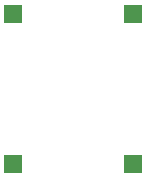
<source format=gbl>
%FSLAX34Y34*%
G04 Gerber Fmt 3.4, Leading zero omitted, Abs format*
G04 (created by PCBNEW (2014-04-04 BZR 4786)-product) date Sun 06 Apr 2014 03:41:04 AM CEST*
%MOIN*%
G01*
G70*
G90*
G04 APERTURE LIST*
%ADD10C,0.005906*%
%ADD11R,0.064961X0.064961*%
G04 APERTURE END LIST*
G54D10*
G54D11*
X66000Y-42500D03*
X66000Y-37500D03*
X62000Y-37500D03*
X62000Y-42500D03*
M02*

</source>
